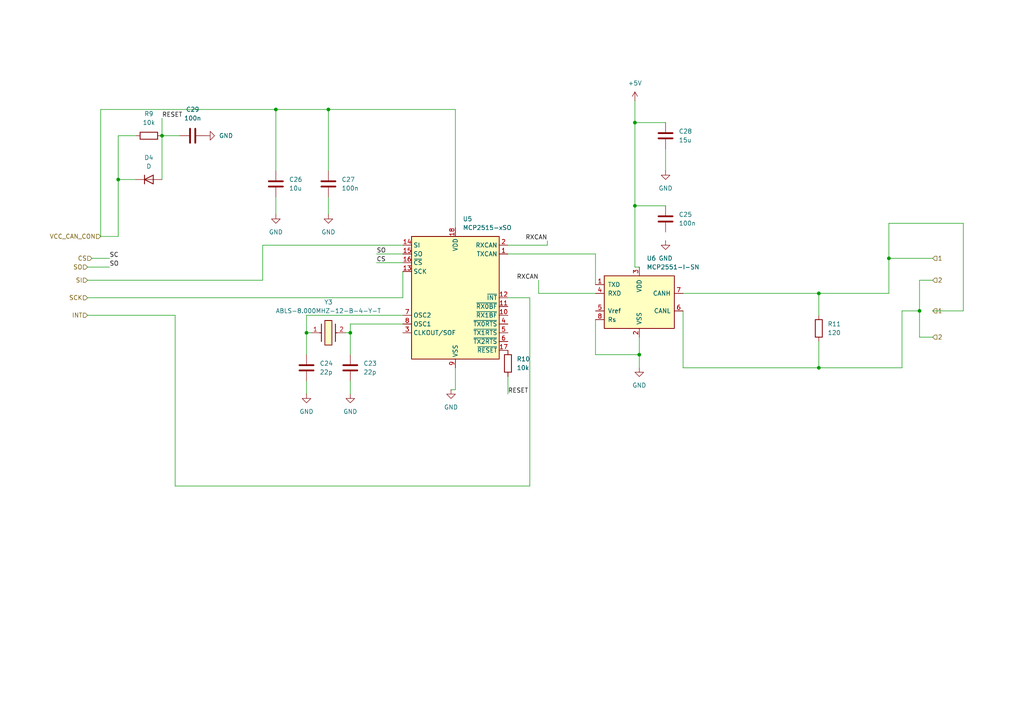
<source format=kicad_sch>
(kicad_sch (version 20250114) (generator "eeschema") (generator_version "9.0")
  (paper "A4")
  (lib_symbols
    (symbol "ABLS-8_000MHZ-12-B-4-Y-T:ABLS-8.000MHZ-12-B-4-Y-T" (pin_names (hide yes))
      (property "Reference" "Y" (at 8.89 6.35 0))
      (property "Value" "ABLS-8.000MHZ-12-B-4-Y-T" (at 8.89 3.81 0))
      (symbol "ABLS-8.000MHZ-12-B-4-Y-T_1_1"
        (polyline (pts (xy 3.048 2.54) (xy 3.048 -2.54)) (stroke (width 0.254)))
        (polyline (pts (xy 3.048 0) (xy 2.54 0)) (stroke (width 0.254)))
        (rectangle (start 4.064 3.556) (end 6.096 -3.556) (stroke (width 0.254)) (fill (type background)))
        (polyline (pts (xy 7.112 2.54) (xy 7.112 -2.54)) (stroke (width 0.254)))
        (polyline (pts (xy 7.112 0) (xy 7.62 0)) (stroke (width 0.254)))
        (pin passive line (at 0 0 0) (length 2.54) (name "1") (number "1"))
        (pin passive line (at 10.16 0 180) (length 2.54) (name "2") (number "2"))
      )
    )
    (symbol "Device:C" (pin_numbers (hide yes)) (pin_names (offset 0.254))
      (property "Reference" "C" (at 0.635 2.54 0))
      (property "Value" "C" (at 0.635 -2.54 0))
      (symbol "C_0_1"
        (polyline (pts (xy -2.032 0.762) (xy 2.032 0.762)) (stroke (width 0.508)))
        (polyline (pts (xy -2.032 -0.762) (xy 2.032 -0.762)) (stroke (width 0.508)))
      )
      (symbol "C_1_1"
        (pin passive line (at 0 3.81 270) (length 2.794) (name "~") (number "1"))
        (pin passive line (at 0 -3.81 90) (length 2.794) (name "~") (number "2"))
      )
    )
    (symbol "Device:D" (pin_numbers (hide yes)) (pin_names (offset 1.016) (hide yes))
      (property "Reference" "D" (at 0 2.54 0))
      (property "Value" "D" (at 0 -2.54 0))
      (symbol "D_0_1"
        (polyline (pts (xy -1.27 1.27) (xy -1.27 -1.27)) (stroke (width 0.254)))
        (polyline (pts (xy 1.27 1.27) (xy 1.27 -1.27) (xy -1.27 0) (xy 1.27 1.27)) (stroke (width 0.254)))
        (polyline (pts (xy 1.27 0) (xy -1.27 0)))
      )
      (symbol "D_1_1"
        (pin passive line (at -3.81 0 0) (length 2.54) (name "K") (number "1"))
        (pin passive line (at 3.81 0 180) (length 2.54) (name "A") (number "2"))
      )
    )
    (symbol "Device:R" (pin_numbers (hide yes)) (pin_names (offset 0))
      (property "Reference" "R" (at 2.032 0 90))
      (property "Value" "R" (at 0 0 90))
      (symbol "R_0_1"
        (rectangle (start -1.016 -2.54) (end 1.016 2.54) (stroke (width 0.254)))
      )
      (symbol "R_1_1"
        (pin passive line (at 0 3.81 270) (length 1.27) (name "~") (number "1"))
        (pin passive line (at 0 -3.81 90) (length 1.27) (name "~") (number "2"))
      )
    )
    (symbol "Interface_CAN_LIN:MCP2515-xSO"
      (property "Reference" "U" (at -10.16 19.685 0))
      (property "Value" "MCP2515-xSO" (at 19.05 20.32 0))
      (symbol "MCP2515-xSO_0_1"
        (rectangle (start -12.7 17.78) (end 12.7 -17.78) (stroke (width 0.254)) (fill (type background)))
      )
      (symbol "MCP2515-xSO_1_1"
        (pin input line (at -15.24 15.24 0) (length 2.54) (name "SI") (number "14"))
        (pin output line (at -15.24 12.7 0) (length 2.54) (name "SO") (number "15"))
        (pin input line (at -15.24 10.16 0) (length 2.54) (name "~{CS}") (number "16"))
        (pin input line (at -15.24 7.62 0) (length 2.54) (name "SCK") (number "13"))
        (pin output line (at -15.24 -5.08 0) (length 2.54) (name "OSC2") (number "7"))
        (pin input line (at -15.24 -7.62 0) (length 2.54) (name "OSC1") (number "8"))
        (pin output line (at -15.24 -10.16 0) (length 2.54) (name "CLKOUT/SOF") (number "3"))
        (pin power_in line (at 0 20.32 270) (length 2.54) (name "VDD") (number "18"))
        (pin power_in line (at 0 -20.32 90) (length 2.54) (name "VSS") (number "9"))
        (pin input line (at 15.24 15.24 180) (length 2.54) (name "RXCAN") (number "2"))
        (pin output line (at 15.24 12.7 180) (length 2.54) (name "TXCAN") (number "1"))
        (pin output line (at 15.24 0 180) (length 2.54) (name "~{INT}") (number "12"))
        (pin output line (at 15.24 -2.54 180) (length 2.54) (name "~{RX0BF}") (number "11"))
        (pin output line (at 15.24 -5.08 180) (length 2.54) (name "~{RX1BF}") (number "10"))
        (pin input line (at 15.24 -7.62 180) (length 2.54) (name "~{TX0RTS}") (number "4"))
        (pin input line (at 15.24 -10.16 180) (length 2.54) (name "~{TX1RTS}") (number "5"))
        (pin input line (at 15.24 -12.7 180) (length 2.54) (name "~{TX2RTS}") (number "6"))
        (pin input line (at 15.24 -15.24 180) (length 2.54) (name "~{RESET}") (number "17"))
      )
    )
    (symbol "Interface_CAN_LIN:MCP2551-I-SN" (pin_names (offset 1.016))
      (property "Reference" "U" (at -10.16 8.89 0))
      (property "Value" "MCP2551-I-SN" (at 2.54 8.89 0))
      (symbol "MCP2551-I-SN_0_1"
        (rectangle (start -10.16 7.62) (end 10.16 -7.62) (stroke (width 0.254)) (fill (type background)))
      )
      (symbol "MCP2551-I-SN_1_1"
        (pin input line (at -12.7 5.08 0) (length 2.54) (name "TXD") (number "1"))
        (pin output line (at -12.7 2.54 0) (length 2.54) (name "RXD") (number "4"))
        (pin power_out line (at -12.7 -2.54 0) (length 2.54) (name "Vref") (number "5"))
        (pin input line (at -12.7 -5.08 0) (length 2.54) (name "Rs") (number "8"))
        (pin power_in line (at 0 10.16 270) (length 2.54) (name "VDD") (number "3"))
        (pin power_in line (at 0 -10.16 90) (length 2.54) (name "VSS") (number "2"))
        (pin bidirectional line (at 12.7 2.54 180) (length 2.54) (name "CANH") (number "7"))
        (pin bidirectional line (at 12.7 -2.54 180) (length 2.54) (name "CANL") (number "6"))
      )
    )
    (symbol "power:+5V" (power) (pin_numbers (hide yes)) (pin_names (offset 0) (hide yes))
      (property "Value" "+5V" (at 0 3.556 0))
      (symbol "+5V_0_1"
        (polyline (pts (xy -0.762 1.27) (xy 0 2.54)))
        (polyline (pts (xy 0 2.54) (xy 0.762 1.27)))
        (polyline (pts (xy 0 0) (xy 0 2.54)))
      )
      (symbol "+5V_1_1"
        (pin power_in line (at 0 0 90) (length 0) (name "~") (number "1"))
      )
    )
    (symbol "power:GND" (power) (pin_numbers (hide yes)) (pin_names (offset 0) (hide yes))
      (property "Value" "GND" (at 0 -3.81 0))
      (symbol "GND_0_1"
        (polyline (pts (xy 0 0) (xy 0 -1.27) (xy 1.27 -1.27) (xy 0 -2.54) (xy -1.27 -1.27) (xy 0 -1.27)))
      )
      (symbol "GND_1_1"
        (pin power_in line (at 0 0 270) (length 0) (name "~") (number "1"))
      )
    )
  )
  (junction (at 101.6 96.52))
  (junction (at 185.42 102.87))
  (junction (at 88.9 96.52))
  (junction (at 34.29 52.07))
  (junction (at 95.25 31.75))
  (junction (at 80.01 31.75))
  (junction (at 46.99 39.37))
  (junction (at 184.15 59.69))
  (junction (at 184.15 35.56))
  (junction (at 237.49 106.68))
  (junction (at 237.49 85.09))
  (junction (at 257.81 74.93))
  (junction (at 266.7 90.17))
  (wire (pts (xy 132.08 31.75) (xy 132.08 66.04)))
  (wire (pts (xy 198.12 106.68) (xy 237.49 106.68)))
  (wire (pts (xy 153.67 140.97) (xy 153.67 86.36)))
  (wire (pts (xy 270.51 90.17) (xy 279.4 90.17)))
  (wire (pts (xy 193.04 43.18) (xy 193.04 49.53)))
  (wire (pts (xy 237.49 85.09) (xy 237.49 91.44)))
  (wire (pts (xy 34.29 39.37) (xy 39.37 39.37)))
  (wire (pts (xy 95.25 31.75) (xy 132.08 31.75)))
  (wire (pts (xy 80.01 57.15) (xy 80.01 62.23)))
  (wire (pts (xy 76.2 71.12) (xy 116.84 71.12)))
  (wire (pts (xy 261.62 106.68) (xy 261.62 90.17)))
  (wire (pts (xy 185.42 97.79) (xy 185.42 102.87)))
  (wire (pts (xy 279.4 64.77) (xy 279.4 90.17)))
  (wire (pts (xy 156.21 81.28) (xy 156.21 85.09)))
  (wire (pts (xy 257.81 74.93) (xy 257.81 85.09)))
  (wire (pts (xy 25.4 77.47) (xy 31.75 77.47)))
  (wire (pts (xy 95.25 31.75) (xy 95.25 49.53)))
  (wire (pts (xy 109.22 73.66) (xy 116.84 73.66)))
  (wire (pts (xy 184.15 77.47) (xy 185.42 77.47)))
  (wire (pts (xy 184.15 35.56) (xy 184.15 59.69)))
  (wire (pts (xy 132.08 113.03) (xy 130.81 113.03)))
  (wire (pts (xy 147.32 73.66) (xy 172.72 73.66)))
  (wire (pts (xy 116.84 91.44) (xy 88.9 91.44)))
  (wire (pts (xy 172.72 102.87) (xy 185.42 102.87)))
  (wire (pts (xy 29.21 68.58) (xy 29.21 31.75)))
  (wire (pts (xy 261.62 90.17) (xy 266.7 90.17)))
  (wire (pts (xy 46.99 39.37) (xy 52.07 39.37)))
  (wire (pts (xy 198.12 90.17) (xy 198.12 106.68)))
  (wire (pts (xy 50.8 140.97) (xy 153.67 140.97)))
  (wire (pts (xy 184.15 29.21) (xy 184.15 35.56)))
  (wire (pts (xy 100.33 96.52) (xy 101.6 96.52)))
  (wire (pts (xy 266.7 90.17) (xy 266.7 97.79)))
  (wire (pts (xy 116.84 86.36) (xy 116.84 78.74)))
  (wire (pts (xy 46.99 34.29) (xy 46.99 39.37)))
  (wire (pts (xy 185.42 102.87) (xy 185.42 106.68)))
  (wire (pts (xy 184.15 59.69) (xy 193.04 59.69)))
  (wire (pts (xy 266.7 97.79) (xy 270.51 97.79)))
  (wire (pts (xy 80.01 31.75) (xy 95.25 31.75)))
  (wire (pts (xy 266.7 81.28) (xy 270.51 81.28)))
  (wire (pts (xy 153.67 86.36) (xy 147.32 86.36)))
  (wire (pts (xy 156.21 85.09) (xy 172.72 85.09)))
  (wire (pts (xy 88.9 96.52) (xy 88.9 102.87)))
  (wire (pts (xy 172.72 73.66) (xy 172.72 82.55)))
  (wire (pts (xy 25.4 86.36) (xy 116.84 86.36)))
  (wire (pts (xy 257.81 64.77) (xy 257.81 74.93)))
  (wire (pts (xy 266.7 81.28) (xy 266.7 90.17)))
  (wire (pts (xy 29.21 31.75) (xy 80.01 31.75)))
  (wire (pts (xy 76.2 81.28) (xy 76.2 71.12)))
  (wire (pts (xy 109.22 76.2) (xy 116.84 76.2)))
  (wire (pts (xy 34.29 39.37) (xy 34.29 52.07)))
  (wire (pts (xy 88.9 96.52) (xy 90.17 96.52)))
  (wire (pts (xy 116.84 93.98) (xy 101.6 93.98)))
  (wire (pts (xy 257.81 74.93) (xy 270.51 74.93)))
  (wire (pts (xy 198.12 85.09) (xy 237.49 85.09)))
  (wire (pts (xy 237.49 99.06) (xy 237.49 106.68)))
  (wire (pts (xy 158.75 71.12) (xy 158.75 69.85)))
  (wire (pts (xy 172.72 92.71) (xy 172.72 102.87)))
  (wire (pts (xy 34.29 52.07) (xy 39.37 52.07)))
  (wire (pts (xy 29.21 68.58) (xy 34.29 68.58)))
  (wire (pts (xy 34.29 52.07) (xy 34.29 68.58)))
  (wire (pts (xy 46.99 39.37) (xy 46.99 52.07)))
  (wire (pts (xy 26.67 74.93) (xy 31.75 74.93)))
  (wire (pts (xy 25.4 81.28) (xy 76.2 81.28)))
  (wire (pts (xy 80.01 31.75) (xy 80.01 49.53)))
  (wire (pts (xy 101.6 110.49) (xy 101.6 114.3)))
  (wire (pts (xy 101.6 96.52) (xy 101.6 102.87)))
  (wire (pts (xy 184.15 35.56) (xy 193.04 35.56)))
  (wire (pts (xy 88.9 110.49) (xy 88.9 114.3)))
  (wire (pts (xy 101.6 93.98) (xy 101.6 96.52)))
  (wire (pts (xy 50.8 91.44) (xy 50.8 140.97)))
  (wire (pts (xy 25.4 91.44) (xy 50.8 91.44)))
  (wire (pts (xy 147.32 109.22) (xy 147.32 114.3)))
  (wire (pts (xy 132.08 106.68) (xy 132.08 113.03)))
  (wire (pts (xy 184.15 59.69) (xy 184.15 77.47)))
  (wire (pts (xy 257.81 64.77) (xy 279.4 64.77)))
  (wire (pts (xy 147.32 71.12) (xy 158.75 71.12)))
  (wire (pts (xy 88.9 91.44) (xy 88.9 96.52)))
  (wire (pts (xy 237.49 106.68) (xy 261.62 106.68)))
  (wire (pts (xy 237.49 85.09) (xy 257.81 85.09)))
  (wire (pts (xy 95.25 57.15) (xy 95.25 62.23)))
  (label "SC" (at 31.75 74.93 0))
  (label "RXCAN" (at 156.21 81.28 180))
  (label "RXCAN" (at 158.75 69.85 180))
  (label "RESET" (at 46.99 34.29 0))
  (label "SO" (at 109.22 73.66 0))
  (label "CS" (at 109.22 76.2 0))
  (label "SO" (at 31.75 77.47 0))
  (label "RESET" (at 147.32 114.3 0))
  (hierarchical_label "CS" (shape input) (at 26.67 74.93 180))
  (hierarchical_label "VCC_CAN_CON" (shape input) (at 29.21 68.58 180))
  (hierarchical_label "2" (shape input) (at 270.51 97.79 0))
  (hierarchical_label "SI" (shape input) (at 25.4 81.28 180))
  (hierarchical_label "SCK" (shape input) (at 25.4 86.36 180))
  (hierarchical_label "1" (shape input) (at 270.51 90.17 0))
  (hierarchical_label "INT" (shape input) (at 25.4 91.44 180))
  (hierarchical_label "SO" (shape input) (at 25.4 77.47 180))
  (hierarchical_label "2" (shape input) (at 270.51 81.28 0))
  (hierarchical_label "1" (shape input) (at 270.51 74.93 0))
  (symbol (lib_id "power:GND") (at 95.25 62.23 0) (unit 1)
    (property "Reference" "#PWR041" (effects (hide yes)))
    (property "Value" "GND" (at 95.25 67.31 0))
    (property "Description" "Power symbol creates a global label with name \"GND\" , ground" (effects (hide yes)))
  )
  (symbol (lib_id "Device:R") (at 43.18 39.37 270) (unit 1)
    (property "Reference" "R9" (at 43.18 33.02 90))
    (property "Value" "10k" (at 43.18 35.56 90))
    (property "Description" "Resistor" (effects (hide yes)))
  )
  (symbol (lib_id "Device:C") (at 55.88 39.37 90) (unit 1)
    (property "Reference" "C29" (at 55.88 31.75 90))
    (property "Value" "100n" (at 55.88 34.29 90))
    (property "Description" "Unpolarized capacitor" (effects (hide yes)))
  )
  (symbol (lib_id "power:GND") (at 59.69 39.37 90) (unit 1)
    (property "Reference" "#PWR045" (effects (hide yes)))
    (property "Value" "GND" (at 63.5 39.3699 90) (effects (justify right)))
    (property "Description" "Power symbol creates a global label with name \"GND\" , ground" (effects (hide yes)))
  )
  (symbol (lib_id "Device:C") (at 193.04 39.37 0) (unit 1)
    (property "Reference" "C28" (at 196.85 38.0999 0) (effects (justify left)))
    (property "Value" "15u" (at 196.85 40.6399 0) (effects (justify left)))
    (property "Description" "Unpolarized capacitor" (effects (hide yes)))
  )
  (symbol (lib_id "Device:D") (at 43.18 52.07 0) (unit 1)
    (property "Reference" "D4" (at 43.18 45.72 0))
    (property "Value" "D" (at 43.18 48.26 0))
    (property "Description" "Diode" (effects (hide yes)))
    (property "Sim.Device" "D" (effects (hide yes)))
    (property "Sim.Pins" "1=K 2=A" (effects (hide yes)))
  )
  (symbol (lib_id "power:GND") (at 185.42 106.68 0) (unit 1)
    (property "Reference" "#PWR036" (effects (hide yes)))
    (property "Value" "GND" (at 185.42 111.76 0))
    (property "Description" "Power symbol creates a global label with name \"GND\" , ground" (effects (hide yes)))
  )
  (symbol (lib_id "Device:C") (at 101.6 106.68 0) (unit 1)
    (property "Reference" "C23" (at 105.41 105.4099 0) (effects (justify left)))
    (property "Value" "22p" (at 105.41 107.9499 0) (effects (justify left)))
    (property "Description" "Unpolarized capacitor" (effects (hide yes)))
  )
  (symbol (lib_id "Device:C") (at 80.01 53.34 0) (unit 1)
    (property "Reference" "C26" (at 83.82 52.0699 0) (effects (justify left)))
    (property "Value" "10u" (at 83.82 54.6099 0) (effects (justify left)))
    (property "Description" "Unpolarized capacitor" (effects (hide yes)))
  )
  (symbol (lib_id "power:GND") (at 80.01 62.23 0) (unit 1)
    (property "Reference" "#PWR040" (effects (hide yes)))
    (property "Value" "GND" (at 80.01 67.31 0))
    (property "Description" "Power symbol creates a global label with name \"GND\" , ground" (effects (hide yes)))
  )
  (symbol (lib_id "Device:C") (at 88.9 106.68 0) (unit 1)
    (property "Reference" "C24" (at 92.71 105.4099 0) (effects (justify left)))
    (property "Value" "22p" (at 92.71 107.9499 0) (effects (justify left)))
    (property "Description" "Unpolarized capacitor" (effects (hide yes)))
  )
  (symbol (lib_id "Device:C") (at 95.25 53.34 0) (unit 1)
    (property "Reference" "C27" (at 99.06 52.0699 0) (effects (justify left)))
    (property "Value" "100n" (at 99.06 54.6099 0) (effects (justify left)))
    (property "Description" "Unpolarized capacitor" (effects (hide yes)))
  )
  (symbol (lib_id "power:+5V") (at 184.15 29.21 0) (unit 1)
    (property "Reference" "#PWR042" (effects (hide yes)))
    (property "Value" "+5V" (at 184.15 24.13 0))
    (property "Description" "Power symbol creates a global label with name \"+5V\"" (effects (hide yes)))
  )
  (symbol (lib_id "power:GND") (at 101.6 114.3 0) (unit 1)
    (property "Reference" "#PWR034" (effects (hide yes)))
    (property "Value" "GND" (at 101.6 119.38 0))
    (property "Description" "Power symbol creates a global label with name \"GND\" , ground" (effects (hide yes)))
  )
  (symbol (lib_id "Device:R") (at 147.32 105.41 0) (unit 1)
    (property "Reference" "R10" (at 149.86 104.1399 0) (effects (justify left)))
    (property "Value" "10k" (at 149.86 106.6799 0) (effects (justify left)))
    (property "Description" "Resistor" (effects (hide yes)))
  )
  (symbol (lib_id "Interface_CAN_LIN:MCP2515-xSO") (at 132.08 86.36 0) (unit 1)
    (property "Reference" "U5" (at 134.2233 63.5 0) (effects (justify left)))
    (property "Value" "MCP2515-xSO" (at 134.2233 66.04 0) (effects (justify left)))
    (property "Footprint" "Package_SO:SOIC-18W_7.5x11.6mm_P1.27mm" (effects (hide yes)))
    (property "Datasheet" "http://ww1.microchip.com/downloads/en/DeviceDoc/21801e.pdf" (effects (hide yes)))
    (property "Description" "Stand-Alone CAN Controller with SPI Interface, SOIC-18" (effects (hide yes)))
  )
  (symbol (lib_id "power:GND") (at 193.04 69.85 0) (unit 1)
    (property "Reference" "#PWR038" (effects (hide yes)))
    (property "Value" "GND" (at 193.04 74.93 0))
    (property "Description" "Power symbol creates a global label with name \"GND\" , ground" (effects (hide yes)))
  )
  (symbol (lib_id "power:GND") (at 88.9 114.3 0) (unit 1)
    (property "Reference" "#PWR035" (effects (hide yes)))
    (property "Value" "GND" (at 88.9 119.38 0))
    (property "Description" "Power symbol creates a global label with name \"GND\" , ground" (effects (hide yes)))
  )
  (symbol (lib_id "Interface_CAN_LIN:MCP2551-I-SN") (at 185.42 87.63 0) (unit 1)
    (property "Reference" "U6" (at 187.5633 74.93 0) (effects (justify left)))
    (property "Value" "MCP2551-I-SN" (at 187.5633 77.47 0) (effects (justify left)))
    (property "Footprint" "Package_SO:SOIC-8_3.9x4.9mm_P1.27mm" (effects (hide yes)))
    (property "Datasheet" "http://ww1.microchip.com/downloads/en/devicedoc/21667d.pdf" (effects (hide yes)))
    (property "Description" "High-Speed CAN Transceiver, 1Mbps, 5V supply, SOIC-8" (effects (hide yes)))
  )
  (symbol (lib_id "power:GND") (at 193.04 49.53 0) (unit 1)
    (property "Reference" "#PWR039" (effects (hide yes)))
    (property "Value" "GND" (at 193.04 54.61 0))
    (property "Description" "Power symbol creates a global label with name \"GND\" , ground" (effects (hide yes)))
  )
  (symbol (lib_id "Device:C") (at 193.04 63.5 0) (unit 1)
    (property "Reference" "C25" (at 196.85 62.2299 0) (effects (justify left)))
    (property "Value" "100n" (at 196.85 64.7699 0) (effects (justify left)))
    (property "Description" "Unpolarized capacitor" (effects (hide yes)))
  )
  (symbol (lib_id "Device:R") (at 237.49 95.25 0) (unit 1)
    (property "Reference" "R11" (at 240.03 93.9799 0) (effects (justify left)))
    (property "Value" "120" (at 240.03 96.5199 0) (effects (justify left)))
    (property "Description" "Resistor" (effects (hide yes)))
  )
  (symbol (lib_id "ABLS-8_000MHZ-12-B-4-Y-T:ABLS-8.000MHZ-12-B-4-Y-T") (at 90.17 96.52 0) (unit 1)
    (property "Reference" "Y3" (at 95.25 87.63 0))
    (property "Value" "ABLS-8.000MHZ-12-B-4-Y-T" (at 95.25 90.17 0))
    (property "Footprint" "ABLS8000MHz12B4YT" (effects (hide yes)))
    (property "Datasheet" "https://abracon.com/Resonators/abls.pdf" (effects (hide yes)))
    (property "Description" "ABLS Series 10 MHz 30 ppm 18 pF -30 to +70 C Surface Mount Low Profile Crystal" (effects (hide yes)))
    (property "Height" "4.2" (effects (hide yes)))
    (property "Manufacturer_Name" "ABRACON" (effects (hide yes)))
    (property "Manufacturer_Part_Number" "ABLS-8.000MHZ-12-B-4-Y-T" (effects (hide yes)))
    (property "Mouser Part Number" "815-LS8000MHZ12B4YT" (effects (hide yes)))
    (property "Mouser Price/Stock" "https://www.mouser.co.uk/ProductDetail/ABRACON/ABLS-8000MHZ-12-B-4-Y-T?qs=vLWxofP3U2xe9RnHJKIhzg%3D%3D" (effects (hide yes)))
    (property "Arrow Part Number" "ABLS-8.000MHZ-12-B-4-Y-T" (effects (hide yes)))
    (property "Arrow Price/Stock" "https://www.arrow.com/en/products/abls-8.000mhz-12-b-4-y-t/abracon" (effects (hide yes)))
  )
  (symbol (lib_id "power:GND") (at 130.81 113.03 0) (unit 1)
    (property "Reference" "#PWR043" (effects (hide yes)))
    (property "Value" "GND" (at 130.81 118.11 0))
    (property "Description" "Power symbol creates a global label with name \"GND\" , ground" (effects (hide yes)))
  )
)
</source>
